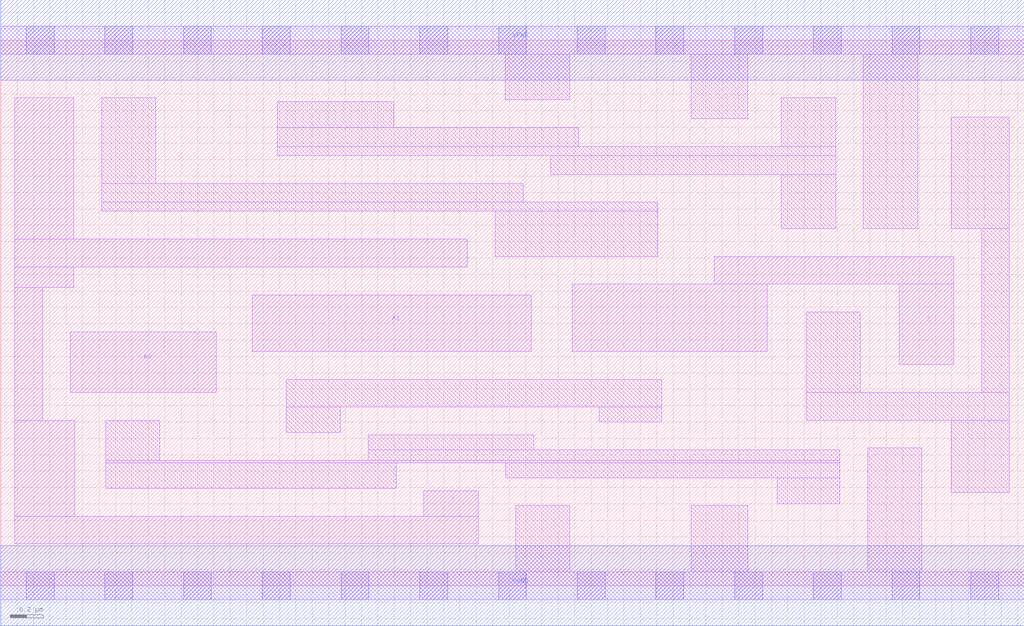
<source format=lef>
# Copyright 2020 The SkyWater PDK Authors
#
# Licensed under the Apache License, Version 2.0 (the "License");
# you may not use this file except in compliance with the License.
# You may obtain a copy of the License at
#
#     https://www.apache.org/licenses/LICENSE-2.0
#
# Unless required by applicable law or agreed to in writing, software
# distributed under the License is distributed on an "AS IS" BASIS,
# WITHOUT WARRANTIES OR CONDITIONS OF ANY KIND, either express or implied.
# See the License for the specific language governing permissions and
# limitations under the License.
#
# SPDX-License-Identifier: Apache-2.0

VERSION 5.7 ;
  NAMESCASESENSITIVE ON ;
  NOWIREEXTENSIONATPIN ON ;
  DIVIDERCHAR "/" ;
  BUSBITCHARS "[]" ;
UNITS
  DATABASE MICRONS 200 ;
END UNITS
MACRO sky130_fd_sc_ms__mux2i_2
  CLASS CORE ;
  SOURCE USER ;
  FOREIGN sky130_fd_sc_ms__mux2i_2 ;
  ORIGIN  0.000000  0.000000 ;
  SIZE  6.240000 BY  3.330000 ;
  SYMMETRY X Y ;
  SITE unit ;
  PIN A0
    ANTENNAGATEAREA  0.625200 ;
    DIRECTION INPUT ;
    USE SIGNAL ;
    PORT
      LAYER li1 ;
        RECT 0.425000 1.180000 1.315000 1.550000 ;
    END
  END A0
  PIN A1
    ANTENNAGATEAREA  0.625200 ;
    DIRECTION INPUT ;
    USE SIGNAL ;
    PORT
      LAYER li1 ;
        RECT 1.535000 1.430000 3.235000 1.775000 ;
    END
  END A1
  PIN S
    ANTENNAGATEAREA  0.901200 ;
    DIRECTION INPUT ;
    USE SIGNAL ;
    PORT
      LAYER li1 ;
        RECT 3.485000 1.430000 4.675000 1.840000 ;
        RECT 4.350000 1.840000 5.810000 2.010000 ;
        RECT 5.480000 1.350000 5.810000 1.840000 ;
    END
  END S
  PIN Y
    ANTENNADIFFAREA  1.973750 ;
    DIRECTION OUTPUT ;
    USE SIGNAL ;
    PORT
      LAYER li1 ;
        RECT 0.085000 0.255000 2.910000 0.425000 ;
        RECT 0.085000 0.425000 0.450000 1.010000 ;
        RECT 0.085000 1.010000 0.255000 1.820000 ;
        RECT 0.085000 1.820000 0.445000 1.945000 ;
        RECT 0.085000 1.945000 2.845000 2.115000 ;
        RECT 0.085000 2.115000 0.445000 2.980000 ;
        RECT 2.580000 0.425000 2.910000 0.580000 ;
    END
  END Y
  PIN VGND
    DIRECTION INOUT ;
    USE GROUND ;
    PORT
      LAYER met1 ;
        RECT 0.000000 -0.245000 6.240000 0.245000 ;
    END
  END VGND
  PIN VPWR
    DIRECTION INOUT ;
    USE POWER ;
    PORT
      LAYER met1 ;
        RECT 0.000000 3.085000 6.240000 3.575000 ;
    END
  END VPWR
  OBS
    LAYER li1 ;
      RECT 0.000000 -0.085000 6.240000 0.085000 ;
      RECT 0.000000  3.245000 6.240000 3.415000 ;
      RECT 0.615000  2.285000 4.005000 2.340000 ;
      RECT 0.615000  2.340000 3.185000 2.455000 ;
      RECT 0.615000  2.455000 0.945000 2.980000 ;
      RECT 0.640000  0.595000 2.410000 0.750000 ;
      RECT 0.640000  0.750000 5.115000 0.765000 ;
      RECT 0.640000  0.765000 0.970000 1.010000 ;
      RECT 1.685000  2.625000 5.090000 2.680000 ;
      RECT 1.685000  2.680000 3.525000 2.795000 ;
      RECT 1.685000  2.795000 2.395000 2.955000 ;
      RECT 1.740000  0.935000 2.070000 1.090000 ;
      RECT 1.740000  1.090000 4.030000 1.260000 ;
      RECT 2.240000  0.765000 5.115000 0.830000 ;
      RECT 2.240000  0.830000 3.250000 0.920000 ;
      RECT 3.015000  2.010000 4.005000 2.285000 ;
      RECT 3.075000  2.965000 3.470000 3.245000 ;
      RECT 3.080000  0.660000 5.115000 0.750000 ;
      RECT 3.140000  0.085000 3.470000 0.490000 ;
      RECT 3.355000  2.510000 5.090000 2.625000 ;
      RECT 3.650000  1.000000 4.030000 1.090000 ;
      RECT 4.210000  0.085000 4.555000 0.490000 ;
      RECT 4.210000  2.850000 4.555000 3.245000 ;
      RECT 4.735000  0.500000 5.115000 0.660000 ;
      RECT 4.760000  2.180000 5.090000 2.510000 ;
      RECT 4.760000  2.680000 5.090000 2.980000 ;
      RECT 4.910000  1.010000 6.150000 1.180000 ;
      RECT 4.910000  1.180000 5.240000 1.670000 ;
      RECT 5.260000  2.180000 5.590000 3.245000 ;
      RECT 5.285000  0.085000 5.615000 0.840000 ;
      RECT 5.795000  0.570000 6.150000 1.010000 ;
      RECT 5.795000  2.180000 6.150000 2.860000 ;
      RECT 5.980000  1.180000 6.150000 2.180000 ;
    LAYER mcon ;
      RECT 0.155000 -0.085000 0.325000 0.085000 ;
      RECT 0.155000  3.245000 0.325000 3.415000 ;
      RECT 0.635000 -0.085000 0.805000 0.085000 ;
      RECT 0.635000  3.245000 0.805000 3.415000 ;
      RECT 1.115000 -0.085000 1.285000 0.085000 ;
      RECT 1.115000  3.245000 1.285000 3.415000 ;
      RECT 1.595000 -0.085000 1.765000 0.085000 ;
      RECT 1.595000  3.245000 1.765000 3.415000 ;
      RECT 2.075000 -0.085000 2.245000 0.085000 ;
      RECT 2.075000  3.245000 2.245000 3.415000 ;
      RECT 2.555000 -0.085000 2.725000 0.085000 ;
      RECT 2.555000  3.245000 2.725000 3.415000 ;
      RECT 3.035000 -0.085000 3.205000 0.085000 ;
      RECT 3.035000  3.245000 3.205000 3.415000 ;
      RECT 3.515000 -0.085000 3.685000 0.085000 ;
      RECT 3.515000  3.245000 3.685000 3.415000 ;
      RECT 3.995000 -0.085000 4.165000 0.085000 ;
      RECT 3.995000  3.245000 4.165000 3.415000 ;
      RECT 4.475000 -0.085000 4.645000 0.085000 ;
      RECT 4.475000  3.245000 4.645000 3.415000 ;
      RECT 4.955000 -0.085000 5.125000 0.085000 ;
      RECT 4.955000  3.245000 5.125000 3.415000 ;
      RECT 5.435000 -0.085000 5.605000 0.085000 ;
      RECT 5.435000  3.245000 5.605000 3.415000 ;
      RECT 5.915000 -0.085000 6.085000 0.085000 ;
      RECT 5.915000  3.245000 6.085000 3.415000 ;
  END
END sky130_fd_sc_ms__mux2i_2

</source>
